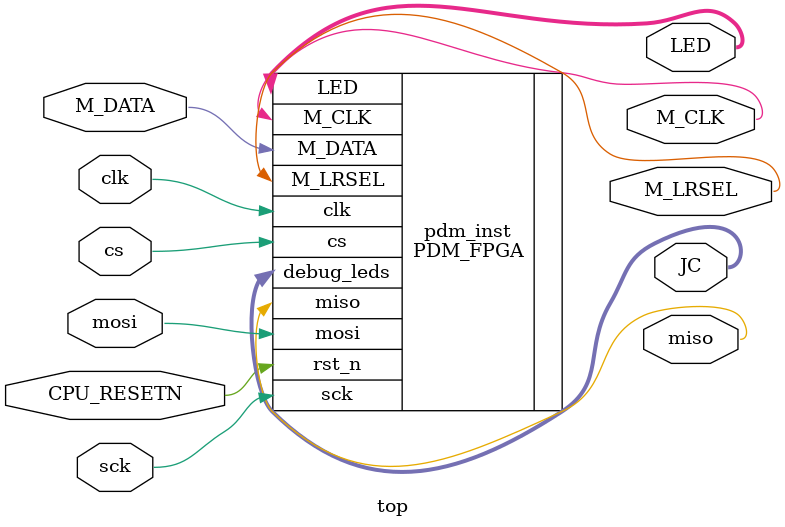
<source format=sv>
module top (
    input  logic clk,
    input  logic CPU_RESETN,

    output logic [15:0]LED,

    input  logic mosi,
    output logic miso,
    input  logic sck,
    input  logic cs,

    output logic M_CLK,      // Clock do microfone
    output logic M_LRSEL,    // Left/Right Select (Escolha do canal)

    input  logic M_DATA,     // Dados do microfone

    output logic [7:0] JC
);


PDM_FPGA #(
    .DECIMATION_FACTOR        (256),
    .DATA_WIDTH               (16),
    .FIR_TAPS                 (64),
    .CLK_FREQ                 (100_000_000),
    .PDM_CLK_FREQ             (1_800_000),
    .CIC_STAGES               (4),
    .FIFO_DEPTH               (524288),
    .FIFO_WIDTH               (8),
    .SPI_BITS_PER_WORD        (8),
    .ENABLE_COMPRESSION       (0),
    .PDM_CHANNEL              (1),
    .SECOND_DECIMATION_FACTOR (2),
    .COMPRESSED_DATA_WIDTH    (8)
) pdm_inst (
    .clk         (clk),        // sys clock
    .rst_n       (CPU_RESETN), // reset (ativo baixo)

    .LED         (LED),        // saída de LEDs com audio PCM

    .mosi        (mosi),       // entrada do SPI
    .miso        (miso),       // saída do SPI
    .sck         (sck),        // entrada do SPI clock
    .cs          (cs),         // entrada do chip select SPI

    .M_CLK       (M_CLK),      // saída do clock para o microfone
    .M_LRSEL     (M_LRSEL),    // seleção de canal do microfone

    .M_DATA      (M_DATA),     // entrada de dados do microfone

    .debug_leds  (JC)          // saída para LEDs de debug
);


endmodule

</source>
